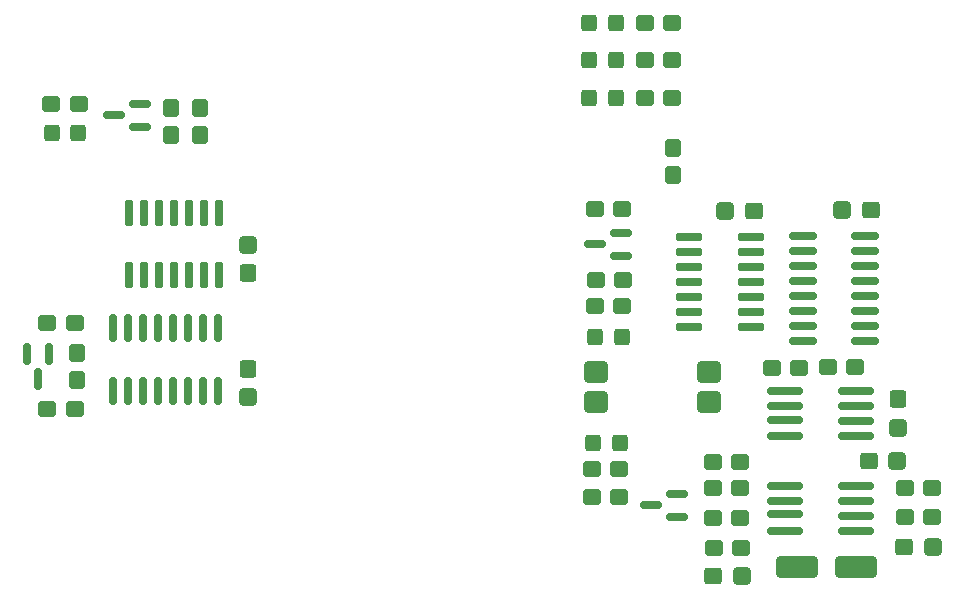
<source format=gbr>
%TF.GenerationSoftware,KiCad,Pcbnew,9.0.2*%
%TF.CreationDate,2025-09-30T17:54:07+08:00*%
%TF.ProjectId,IMD_TSMS_latch_logic,494d445f-5453-44d5-935f-6c617463685f,rev?*%
%TF.SameCoordinates,Original*%
%TF.FileFunction,Paste,Top*%
%TF.FilePolarity,Positive*%
%FSLAX46Y46*%
G04 Gerber Fmt 4.6, Leading zero omitted, Abs format (unit mm)*
G04 Created by KiCad (PCBNEW 9.0.2) date 2025-09-30 17:54:07*
%MOMM*%
%LPD*%
G01*
G04 APERTURE LIST*
G04 Aperture macros list*
%AMRoundRect*
0 Rectangle with rounded corners*
0 $1 Rounding radius*
0 $2 $3 $4 $5 $6 $7 $8 $9 X,Y pos of 4 corners*
0 Add a 4 corners polygon primitive as box body*
4,1,4,$2,$3,$4,$5,$6,$7,$8,$9,$2,$3,0*
0 Add four circle primitives for the rounded corners*
1,1,$1+$1,$2,$3*
1,1,$1+$1,$4,$5*
1,1,$1+$1,$6,$7*
1,1,$1+$1,$8,$9*
0 Add four rect primitives between the rounded corners*
20,1,$1+$1,$2,$3,$4,$5,0*
20,1,$1+$1,$4,$5,$6,$7,0*
20,1,$1+$1,$6,$7,$8,$9,0*
20,1,$1+$1,$8,$9,$2,$3,0*%
G04 Aperture macros list end*
%ADD10RoundRect,0.278125X0.474375X0.389375X-0.474375X0.389375X-0.474375X-0.389375X0.474375X-0.389375X0*%
%ADD11RoundRect,0.150000X0.750000X0.150000X-0.750000X0.150000X-0.750000X-0.150000X0.750000X-0.150000X0*%
%ADD12RoundRect,0.278125X-0.474375X-0.389375X0.474375X-0.389375X0.474375X0.389375X-0.474375X0.389375X0*%
%ADD13RoundRect,0.293478X0.381522X0.406522X-0.381522X0.406522X-0.381522X-0.406522X0.381522X-0.406522X0*%
%ADD14RoundRect,0.090000X-0.210000X1.040000X-0.210000X-1.040000X0.210000X-1.040000X0.210000X1.040000X0*%
%ADD15RoundRect,0.091500X-0.213500X1.038500X-0.213500X-1.038500X0.213500X-1.038500X0.213500X1.038500X0*%
%ADD16RoundRect,0.305575X0.460025X0.412525X-0.460025X0.412525X-0.460025X-0.412525X0.460025X-0.412525X0*%
%ADD17RoundRect,0.308511X0.457089X0.416489X-0.457089X0.416489X-0.457089X-0.416489X0.457089X-0.416489X0*%
%ADD18RoundRect,0.278125X0.389375X-0.474375X0.389375X0.474375X-0.389375X0.474375X-0.389375X-0.474375X0*%
%ADD19RoundRect,0.150000X-1.350000X-0.150000X1.350000X-0.150000X1.350000X0.150000X-1.350000X0.150000X0*%
%ADD20RoundRect,0.150000X-1.337500X-0.150000X1.337500X-0.150000X1.337500X0.150000X-1.337500X0.150000X0*%
%ADD21RoundRect,0.249999X-0.750001X-0.640001X0.750001X-0.640001X0.750001X0.640001X-0.750001X0.640001X0*%
%ADD22RoundRect,0.150000X-0.150000X0.750000X-0.150000X-0.750000X0.150000X-0.750000X0.150000X0.750000X0*%
%ADD23RoundRect,0.278125X-0.389375X0.474375X-0.389375X-0.474375X0.389375X-0.474375X0.389375X0.474375X0*%
%ADD24RoundRect,0.305575X-0.460025X-0.412525X0.460025X-0.412525X0.460025X0.412525X-0.460025X0.412525X0*%
%ADD25RoundRect,0.308511X-0.457089X-0.416489X0.457089X-0.416489X0.457089X0.416489X-0.457089X0.416489X0*%
%ADD26RoundRect,0.150000X-0.150000X1.000000X-0.150000X-1.000000X0.150000X-1.000000X0.150000X1.000000X0*%
%ADD27RoundRect,0.151250X-0.151250X0.998750X-0.151250X-0.998750X0.151250X-0.998750X0.151250X0.998750X0*%
%ADD28RoundRect,0.148750X-0.148750X1.001250X-0.148750X-1.001250X0.148750X-1.001250X0.148750X1.001250X0*%
%ADD29RoundRect,0.090000X-1.040000X-0.210000X1.040000X-0.210000X1.040000X0.210000X-1.040000X0.210000X0*%
%ADD30RoundRect,0.091500X-1.038500X-0.213500X1.038500X-0.213500X1.038500X0.213500X-1.038500X0.213500X0*%
%ADD31RoundRect,0.250000X-1.500000X-0.650000X1.500000X-0.650000X1.500000X0.650000X-1.500000X0.650000X0*%
%ADD32RoundRect,0.305575X-0.412525X0.460025X-0.412525X-0.460025X0.412525X-0.460025X0.412525X0.460025X0*%
%ADD33RoundRect,0.308511X-0.416489X0.457089X-0.416489X-0.457089X0.416489X-0.457089X0.416489X0.457089X0*%
%ADD34RoundRect,0.305575X0.412525X-0.460025X0.412525X0.460025X-0.412525X0.460025X-0.412525X-0.460025X0*%
%ADD35RoundRect,0.308511X0.416489X-0.457089X0.416489X0.457089X-0.416489X0.457089X-0.416489X-0.457089X0*%
%ADD36RoundRect,0.150000X-1.000000X-0.150000X1.000000X-0.150000X1.000000X0.150000X-1.000000X0.150000X0*%
%ADD37RoundRect,0.151250X-0.998750X-0.151250X0.998750X-0.151250X0.998750X0.151250X-0.998750X0.151250X0*%
%ADD38RoundRect,0.148750X-1.001250X-0.148750X1.001250X-0.148750X1.001250X0.148750X-1.001250X0.148750X0*%
G04 APERTURE END LIST*
D10*
%TO.C,R5*%
X167157500Y-116882500D03*
X164852500Y-116882500D03*
%TD*%
%TO.C,R17*%
X145152500Y-83850000D03*
X142847500Y-83850000D03*
%TD*%
D11*
%TO.C,Q5*%
X145605000Y-119300000D03*
X145605000Y-117400000D03*
X143405000Y-118350000D03*
%TD*%
D12*
%TO.C,R10*%
X138597500Y-101467500D03*
X140902500Y-101467500D03*
%TD*%
D13*
%TO.C,D6*%
X140375000Y-77500000D03*
X138125000Y-77500000D03*
%TD*%
D11*
%TO.C,Q2*%
X100100000Y-86285000D03*
X100100000Y-84385000D03*
X97900000Y-85335000D03*
%TD*%
D12*
%TO.C,R12*%
X138352500Y-115317500D03*
X140657500Y-115317500D03*
%TD*%
D10*
%TO.C,R19*%
X145152500Y-77533552D03*
X142847500Y-77533552D03*
%TD*%
D11*
%TO.C,Q6*%
X140850000Y-97200000D03*
X140850000Y-95300000D03*
X138650000Y-96250000D03*
%TD*%
D14*
%TO.C,U4*%
X106810000Y-93630000D03*
X105540000Y-93630000D03*
X104270000Y-93630000D03*
X103000000Y-93630000D03*
X101730000Y-93630000D03*
X100460000Y-93630000D03*
X99190000Y-93630000D03*
X99190000Y-98870000D03*
D15*
X100455000Y-98870000D03*
D14*
X101730000Y-98870000D03*
X103000000Y-98870000D03*
X104270000Y-98870000D03*
X105540000Y-98870000D03*
X106810000Y-98870000D03*
%TD*%
D16*
%TO.C,C6*%
X161970600Y-93356900D03*
D17*
X159539400Y-93350000D03*
%TD*%
D12*
%TO.C,R1*%
X164852500Y-119317500D03*
X167157500Y-119317500D03*
%TD*%
D10*
%TO.C,R23*%
X150907500Y-116882500D03*
X148602500Y-116882500D03*
%TD*%
D18*
%TO.C,R20*%
X105217500Y-86987500D03*
X105217500Y-84682500D03*
%TD*%
D19*
%TO.C,U6*%
X154755000Y-108695000D03*
X154755000Y-109965000D03*
D20*
X154742500Y-111100000D03*
D19*
X154755000Y-112505000D03*
X160755000Y-112505000D03*
X160755000Y-111235000D03*
X160755000Y-109965000D03*
X160755000Y-108695000D03*
%TD*%
D18*
%TO.C,R22*%
X145217500Y-90402500D03*
X145217500Y-88097500D03*
%TD*%
D10*
%TO.C,R3*%
X140902500Y-93282500D03*
X138597500Y-93282500D03*
%TD*%
D21*
%TO.C,U5*%
X138740000Y-107080000D03*
X138740000Y-109620000D03*
X148270000Y-109620000D03*
X148270000Y-107080000D03*
%TD*%
D12*
%TO.C,R26*%
X92262500Y-102912500D03*
X94567500Y-102912500D03*
%TD*%
D16*
%TO.C,C5*%
X152070600Y-93471900D03*
D17*
X149639400Y-93465000D03*
%TD*%
D10*
%TO.C,R7*%
X150907500Y-119382500D03*
X148602500Y-119382500D03*
%TD*%
%TO.C,R21*%
X94902500Y-84367500D03*
X92597500Y-84367500D03*
%TD*%
D22*
%TO.C,Q3*%
X92397500Y-105497500D03*
X90497500Y-105497500D03*
X91447500Y-107697500D03*
%TD*%
D23*
%TO.C,R27*%
X94730000Y-105445000D03*
X94730000Y-107750000D03*
%TD*%
D24*
%TO.C,C2*%
X148636900Y-124343100D03*
D25*
X151068100Y-124350000D03*
%TD*%
D24*
%TO.C,C1*%
X164789400Y-121843100D03*
D25*
X167220600Y-121850000D03*
%TD*%
D24*
%TO.C,C9*%
X161789400Y-114593100D03*
D25*
X164220600Y-114600000D03*
%TD*%
D26*
%TO.C,U3*%
X106695000Y-103350000D03*
X105425000Y-103350000D03*
X104155000Y-103350000D03*
X102885000Y-103350000D03*
X101615000Y-103350000D03*
D27*
X100347500Y-103350000D03*
D26*
X99075000Y-103350000D03*
X97805000Y-103350000D03*
X97805000Y-108650000D03*
X99075000Y-108650000D03*
X100345000Y-108650000D03*
X101615000Y-108650000D03*
X102885000Y-108650000D03*
D28*
X104152500Y-108650000D03*
D26*
X105425000Y-108650000D03*
X106695000Y-108650000D03*
%TD*%
D12*
%TO.C,R24*%
X148692500Y-121952500D03*
X150997500Y-121952500D03*
%TD*%
D29*
%TO.C,U1*%
X146605000Y-95655000D03*
X146605000Y-96925000D03*
X146605000Y-98195000D03*
X146605000Y-99465000D03*
X146605000Y-100735000D03*
X146605000Y-102005000D03*
X146605000Y-103275000D03*
X151845000Y-103275000D03*
D30*
X151845000Y-102010000D03*
D29*
X151845000Y-100735000D03*
X151845000Y-99465000D03*
X151845000Y-98195000D03*
X151845000Y-96925000D03*
X151845000Y-95655000D03*
%TD*%
D10*
%TO.C,R25*%
X141000000Y-99250000D03*
X138695000Y-99250000D03*
%TD*%
D13*
%TO.C,D7*%
X94875000Y-86835000D03*
X92625000Y-86835000D03*
%TD*%
D12*
%TO.C,R9*%
X148597500Y-114685000D03*
X150902500Y-114685000D03*
%TD*%
D19*
%TO.C,IC1*%
X154755000Y-116695000D03*
X154755000Y-117965000D03*
D20*
X154742500Y-119100000D03*
D19*
X154755000Y-120505000D03*
X160755000Y-120505000D03*
X160755000Y-119235000D03*
X160755000Y-117965000D03*
X160755000Y-116695000D03*
%TD*%
D12*
%TO.C,R2*%
X153597500Y-106717500D03*
X155902500Y-106717500D03*
%TD*%
D10*
%TO.C,R8*%
X140657500Y-117632500D03*
X138352500Y-117632500D03*
%TD*%
D13*
%TO.C,D5*%
X140375000Y-80640000D03*
X138125000Y-80640000D03*
%TD*%
%TO.C,D3*%
X140727500Y-113067500D03*
X138477500Y-113067500D03*
%TD*%
D31*
%TO.C,D1*%
X155755000Y-123600000D03*
X160755000Y-123600000D03*
%TD*%
D32*
%TO.C,C10*%
X164261900Y-109384400D03*
D33*
X164255000Y-111815600D03*
%TD*%
D10*
%TO.C,R14*%
X160657500Y-106632500D03*
X158352500Y-106632500D03*
%TD*%
%TO.C,R18*%
X145152500Y-80673552D03*
X142847500Y-80673552D03*
%TD*%
D12*
%TO.C,R28*%
X92262500Y-110162500D03*
X94567500Y-110162500D03*
%TD*%
D34*
%TO.C,C4*%
X109243100Y-98715600D03*
D35*
X109250000Y-96284400D03*
%TD*%
D32*
%TO.C,C7*%
X109256900Y-106784400D03*
D33*
X109250000Y-109215600D03*
%TD*%
D13*
%TO.C,D2*%
X140880000Y-104100000D03*
X138630000Y-104100000D03*
%TD*%
D18*
%TO.C,R4*%
X102717500Y-86987500D03*
X102717500Y-84682500D03*
%TD*%
D13*
%TO.C,D4*%
X140375000Y-83850000D03*
X138125000Y-83850000D03*
%TD*%
D36*
%TO.C,U2*%
X156205000Y-95520000D03*
X156205000Y-96790000D03*
X156205000Y-98060000D03*
X156205000Y-99330000D03*
X156205000Y-100600000D03*
D37*
X156205000Y-101867500D03*
D36*
X156205000Y-103140000D03*
X156205000Y-104410000D03*
X161505000Y-104410000D03*
X161505000Y-103140000D03*
X161505000Y-101870000D03*
X161505000Y-100600000D03*
X161505000Y-99330000D03*
D38*
X161505000Y-98062500D03*
D36*
X161505000Y-96790000D03*
X161505000Y-95520000D03*
%TD*%
M02*

</source>
